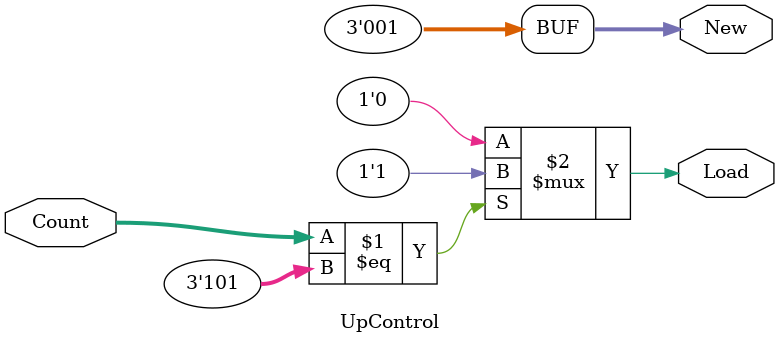
<source format=v>
module UpControl(
input [2:0] Count,
output Load,
output [2:0] New);
// The following statement means if Count equals 5,
// set Load equal to 1, otherwise set it equal to 0.
assign Load = (Count == 3'b101) ? 1'b1 : 1'b0;
assign New = 3'b001;
endmodule
</source>
